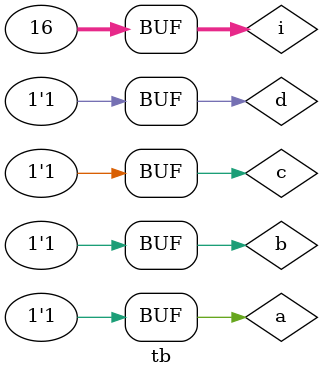
<source format=v>
module XFA (a,b,c,d,c_out,sum);

	input a,b,c,d;
	output sum;
	output [1:0] c_out;
	
	wire s1,c1,c2;
	
	FA f4 ( .a(a),.b(b),.c_in(c),.sum(s1),.c_out(c1));
	
	HA h1 ( .a(s1),.b(d),.c_out(c2),.sum(sum));
	
	HA h2 ( .a(c1),.b(c2),.c_out(c_out[1]),.sum(c_out[0]));

endmodule

module tb;
	reg a,b,c,d;
	wire sum;
	wire [1:0] c_out;
	
	integer i;
	
	XFA x1(a,b,c,d,c_out,sum);
	
	initial begin
		$monitor (" %b + %b + %b + %b = %b = %d",a,b,c,d,{c_out,sum},{c_out,sum});
		for (i=0;i<16;i=i+1) begin
			{a,b,c,d}=i;
			#10;
		end
	
	end
endmodule
</source>
